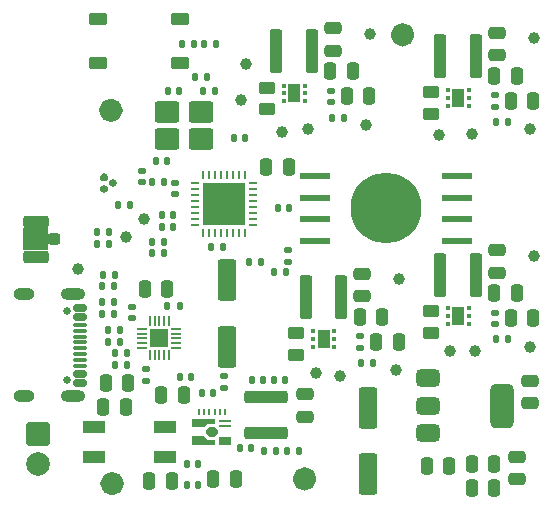
<source format=gbr>
%TF.GenerationSoftware,KiCad,Pcbnew,9.0.6*%
%TF.CreationDate,2025-12-24T13:44:07+01:00*%
%TF.ProjectId,10W-RGBW-Lars-v1,3130572d-5247-4425-972d-4c6172732d76,rev?*%
%TF.SameCoordinates,Original*%
%TF.FileFunction,Soldermask,Top*%
%TF.FilePolarity,Negative*%
%FSLAX46Y46*%
G04 Gerber Fmt 4.6, Leading zero omitted, Abs format (unit mm)*
G04 Created by KiCad (PCBNEW 9.0.6) date 2025-12-24 13:44:07*
%MOMM*%
%LPD*%
G01*
G04 APERTURE LIST*
G04 Aperture macros list*
%AMRoundRect*
0 Rectangle with rounded corners*
0 $1 Rounding radius*
0 $2 $3 $4 $5 $6 $7 $8 $9 X,Y pos of 4 corners*
0 Add a 4 corners polygon primitive as box body*
4,1,4,$2,$3,$4,$5,$6,$7,$8,$9,$2,$3,0*
0 Add four circle primitives for the rounded corners*
1,1,$1+$1,$2,$3*
1,1,$1+$1,$4,$5*
1,1,$1+$1,$6,$7*
1,1,$1+$1,$8,$9*
0 Add four rect primitives between the rounded corners*
20,1,$1+$1,$2,$3,$4,$5,0*
20,1,$1+$1,$4,$5,$6,$7,0*
20,1,$1+$1,$6,$7,$8,$9,0*
20,1,$1+$1,$8,$9,$2,$3,0*%
%AMFreePoly0*
4,1,7,0.812800,0.076200,1.447800,0.076200,1.447800,-0.381000,-0.508000,-0.381000,-0.508000,0.381000,0.508000,0.381000,0.812800,0.076200,0.812800,0.076200,$1*%
%AMFreePoly1*
4,1,9,0.546100,0.114300,0.546100,-0.114300,0.241300,-0.419100,-0.241300,-0.419100,-0.546100,-0.114300,-0.546100,0.114300,-0.241300,0.419100,0.241300,0.419100,0.546100,0.114300,0.546100,0.114300,$1*%
%AMFreePoly2*
4,1,7,1.447800,-0.050800,0.812800,-0.050800,0.508000,-0.355600,-0.508000,-0.355600,-0.508000,0.355600,1.447800,0.355600,1.447800,-0.050800,1.447800,-0.050800,$1*%
G04 Aperture macros list end*
%ADD10C,1.000000*%
%ADD11RoundRect,0.250000X0.450000X-0.262500X0.450000X0.262500X-0.450000X0.262500X-0.450000X-0.262500X0*%
%ADD12C,0.650000*%
%ADD13RoundRect,0.150000X-0.425000X0.150000X-0.425000X-0.150000X0.425000X-0.150000X0.425000X0.150000X0*%
%ADD14RoundRect,0.075000X-0.500000X0.075000X-0.500000X-0.075000X0.500000X-0.075000X0.500000X0.075000X0*%
%ADD15O,2.100000X1.000000*%
%ADD16O,1.800000X1.000000*%
%ADD17RoundRect,0.050000X-0.375000X-0.050000X0.375000X-0.050000X0.375000X0.050000X-0.375000X0.050000X0*%
%ADD18RoundRect,0.050000X-0.050000X-0.375000X0.050000X-0.375000X0.050000X0.375000X-0.050000X0.375000X0*%
%ADD19R,1.650000X1.650000*%
%ADD20RoundRect,0.062500X-0.312500X-0.062500X0.312500X-0.062500X0.312500X0.062500X-0.312500X0.062500X0*%
%ADD21RoundRect,0.062500X-0.062500X-0.312500X0.062500X-0.312500X0.062500X0.312500X-0.062500X0.312500X0*%
%ADD22R,3.650000X3.650000*%
%ADD23RoundRect,0.093750X0.093750X0.106250X-0.093750X0.106250X-0.093750X-0.106250X0.093750X-0.106250X0*%
%ADD24R,1.000000X1.600000*%
%ADD25RoundRect,0.135000X0.135000X0.185000X-0.135000X0.185000X-0.135000X-0.185000X0.135000X-0.185000X0*%
%ADD26RoundRect,0.147500X-0.147500X-0.172500X0.147500X-0.172500X0.147500X0.172500X-0.147500X0.172500X0*%
%ADD27R,0.254000X0.609600*%
%ADD28R,1.092200X0.254000*%
%ADD29R,1.092200X0.762000*%
%ADD30FreePoly0,0.000000*%
%ADD31FreePoly1,0.000000*%
%ADD32FreePoly2,0.000000*%
%ADD33RoundRect,0.135000X-0.135000X-0.185000X0.135000X-0.185000X0.135000X0.185000X-0.135000X0.185000X0*%
%ADD34RoundRect,0.165000X0.610000X0.385000X-0.610000X0.385000X-0.610000X-0.385000X0.610000X-0.385000X0*%
%ADD35RoundRect,0.250000X0.850000X0.275000X-0.850000X0.275000X-0.850000X-0.275000X0.850000X-0.275000X0*%
%ADD36RoundRect,0.250000X0.275000X0.250000X-0.275000X0.250000X-0.275000X-0.250000X0.275000X-0.250000X0*%
%ADD37RoundRect,0.250000X-0.550000X1.500000X-0.550000X-1.500000X0.550000X-1.500000X0.550000X1.500000X0*%
%ADD38RoundRect,0.500000X-0.500000X-1.400000X0.500000X-1.400000X0.500000X1.400000X-0.500000X1.400000X0*%
%ADD39RoundRect,0.375000X-0.625000X-0.375000X0.625000X-0.375000X0.625000X0.375000X-0.625000X0.375000X0*%
%ADD40RoundRect,0.250000X1.600000X-0.300000X1.600000X0.300000X-1.600000X0.300000X-1.600000X-0.300000X0*%
%ADD41RoundRect,0.250000X-0.300000X-1.600000X0.300000X-1.600000X0.300000X1.600000X-0.300000X1.600000X0*%
%ADD42RoundRect,0.135000X-0.185000X0.135000X-0.185000X-0.135000X0.185000X-0.135000X0.185000X0.135000X0*%
%ADD43RoundRect,0.250000X0.550000X-1.500000X0.550000X1.500000X-0.550000X1.500000X-0.550000X-1.500000X0*%
%ADD44R,1.875000X1.050000*%
%ADD45RoundRect,0.250000X-0.800000X-0.650000X0.800000X-0.650000X0.800000X0.650000X-0.800000X0.650000X0*%
%ADD46C,6.000000*%
%ADD47R,2.500000X0.600000*%
%ADD48C,2.000000*%
%ADD49RoundRect,0.250000X-0.750000X0.750000X-0.750000X-0.750000X0.750000X-0.750000X0.750000X0.750000X0*%
%ADD50C,1.000000*%
%ADD51RoundRect,0.250000X-0.250000X-0.475000X0.250000X-0.475000X0.250000X0.475000X-0.250000X0.475000X0*%
%ADD52RoundRect,0.250000X-0.475000X0.250000X-0.475000X-0.250000X0.475000X-0.250000X0.475000X0.250000X0*%
%ADD53RoundRect,0.140000X-0.140000X-0.170000X0.140000X-0.170000X0.140000X0.170000X-0.140000X0.170000X0*%
%ADD54RoundRect,0.140000X0.140000X0.170000X-0.140000X0.170000X-0.140000X-0.170000X0.140000X-0.170000X0*%
%ADD55RoundRect,0.140000X0.170000X-0.140000X0.170000X0.140000X-0.170000X0.140000X-0.170000X-0.140000X0*%
%ADD56RoundRect,0.250000X0.250000X0.475000X-0.250000X0.475000X-0.250000X-0.475000X0.250000X-0.475000X0*%
%ADD57RoundRect,0.250000X0.475000X-0.250000X0.475000X0.250000X-0.475000X0.250000X-0.475000X-0.250000X0*%
%ADD58RoundRect,0.140000X-0.036244X-0.217224X0.206244X-0.077224X0.036244X0.217224X-0.206244X0.077224X0*%
%ADD59RoundRect,0.140000X-0.206244X-0.077224X0.036244X-0.217224X0.206244X0.077224X-0.036244X0.217224X0*%
%ADD60RoundRect,0.140000X-0.170000X0.140000X-0.170000X-0.140000X0.170000X-0.140000X0.170000X0.140000X0*%
G04 APERTURE END LIST*
%TO.C,FID4*%
D10*
X115700000Y-80100000D02*
G75*
G02*
X114700000Y-80100000I-500000J0D01*
G01*
X114700000Y-80100000D02*
G75*
G02*
X115700000Y-80100000I500000J0D01*
G01*
%TO.C,FID3*%
X132000000Y-79700000D02*
G75*
G02*
X131000000Y-79700000I-500000J0D01*
G01*
X131000000Y-79700000D02*
G75*
G02*
X132000000Y-79700000I500000J0D01*
G01*
%TO.C,FID2*%
X140300000Y-42100000D02*
G75*
G02*
X139300000Y-42100000I-500000J0D01*
G01*
X139300000Y-42100000D02*
G75*
G02*
X140300000Y-42100000I500000J0D01*
G01*
%TO.C,FID1*%
X115600000Y-48500000D02*
G75*
G02*
X114600000Y-48500000I-500000J0D01*
G01*
X114600000Y-48500000D02*
G75*
G02*
X115600000Y-48500000I500000J0D01*
G01*
%TO.C,J101*%
G36*
X109765000Y-60340000D02*
G01*
X107675000Y-60340000D01*
X107675000Y-58460000D01*
X109765000Y-58460000D01*
X109765000Y-60340000D01*
G37*
%TD*%
D11*
%TO.C,R501*%
X142200000Y-48812500D03*
X142200000Y-46987500D03*
%TD*%
%TO.C,R401*%
X142200000Y-67312500D03*
X142200000Y-65487500D03*
%TD*%
%TO.C,R301*%
X130800000Y-69212500D03*
X130800000Y-67387500D03*
%TD*%
%TO.C,R201*%
X128300000Y-48412500D03*
X128300000Y-46587500D03*
%TD*%
D12*
%TO.C,J1*%
X111405000Y-65510000D03*
X111405000Y-71290000D03*
D13*
X112480000Y-65200000D03*
X112480000Y-66000000D03*
D14*
X112480000Y-67150000D03*
X112480000Y-68150000D03*
X112480000Y-68650000D03*
X112480000Y-69650000D03*
D13*
X112480000Y-70800000D03*
X112480000Y-71600000D03*
X112480000Y-71600000D03*
X112480000Y-70800000D03*
D14*
X112480000Y-70150000D03*
X112480000Y-69150000D03*
X112480000Y-67650000D03*
X112480000Y-66650000D03*
D13*
X112480000Y-66000000D03*
X112480000Y-65200000D03*
D15*
X111905000Y-64080000D03*
D16*
X107725000Y-64080000D03*
D15*
X111905000Y-72720000D03*
D16*
X107725000Y-72720000D03*
%TD*%
D17*
%TO.C,U1*%
X117750000Y-67000000D03*
X117750000Y-67400000D03*
X117750000Y-67800000D03*
X117750000Y-68200000D03*
X117750000Y-68600000D03*
D18*
X118400000Y-69250000D03*
X118800000Y-69250000D03*
X119200000Y-69250000D03*
X119600000Y-69250000D03*
X120000000Y-69250000D03*
D17*
X120650000Y-68600000D03*
X120650000Y-68200000D03*
X120650000Y-67800000D03*
X120650000Y-67400000D03*
X120650000Y-67000000D03*
D18*
X120000000Y-66350000D03*
X119600000Y-66350000D03*
X119200000Y-66350000D03*
X118800000Y-66350000D03*
X118400000Y-66350000D03*
D19*
X119200000Y-67800000D03*
%TD*%
D20*
%TO.C,U101*%
X122205000Y-54670000D03*
X122205000Y-55170000D03*
X122205000Y-55670000D03*
X122205000Y-56170000D03*
X122205000Y-56670000D03*
X122205000Y-57170000D03*
X122205000Y-57670000D03*
X122205000Y-58170000D03*
D21*
X122930000Y-58895000D03*
X123430000Y-58895000D03*
X123930000Y-58895000D03*
X124430000Y-58895000D03*
X124930000Y-58895000D03*
X125430000Y-58895000D03*
X125930000Y-58895000D03*
X126430000Y-58895000D03*
D20*
X127155000Y-58170000D03*
X127155000Y-57670000D03*
X127155000Y-57170000D03*
X127155000Y-56670000D03*
X127155000Y-56170000D03*
X127155000Y-55670000D03*
X127155000Y-55170000D03*
X127155000Y-54670000D03*
D21*
X126430000Y-53945000D03*
X125930000Y-53945000D03*
X125430000Y-53945000D03*
X124930000Y-53945000D03*
X124430000Y-53945000D03*
X123930000Y-53945000D03*
X123430000Y-53945000D03*
X122930000Y-53945000D03*
D22*
X124680000Y-56420000D03*
%TD*%
D23*
%TO.C,U202*%
X131492500Y-47705000D03*
X131492500Y-47055000D03*
X131492500Y-46405000D03*
X129717500Y-46405000D03*
X129717500Y-47055000D03*
X129717500Y-47705000D03*
D24*
X130605000Y-47055000D03*
%TD*%
D23*
%TO.C,U302*%
X133987500Y-68500000D03*
X133987500Y-67850000D03*
X133987500Y-67200000D03*
X132212500Y-67200000D03*
X132212500Y-67850000D03*
X132212500Y-68500000D03*
D24*
X133100000Y-67850000D03*
%TD*%
D23*
%TO.C,U402*%
X145387500Y-66550000D03*
X145387500Y-65900000D03*
X145387500Y-65250000D03*
X143612500Y-65250000D03*
X143612500Y-65900000D03*
X143612500Y-66550000D03*
D24*
X144500000Y-65900000D03*
%TD*%
D23*
%TO.C,U502*%
X145387500Y-48100000D03*
X145387500Y-47450000D03*
X145387500Y-46800000D03*
X143612500Y-46800000D03*
X143612500Y-47450000D03*
X143612500Y-48100000D03*
D24*
X144500000Y-47450000D03*
%TD*%
D25*
%TO.C,R3*%
X114380000Y-65700000D03*
X115400000Y-65700000D03*
%TD*%
D26*
%TO.C,L1*%
X119585000Y-54600000D03*
X118615000Y-54600000D03*
%TD*%
D25*
%TO.C,R8*%
X122190000Y-45700000D03*
X123210000Y-45700000D03*
%TD*%
D27*
%TO.C,U602*%
X122523525Y-74048900D03*
X122974375Y-74048900D03*
X123425225Y-74048900D03*
X123876075Y-74048900D03*
X124326925Y-74048900D03*
X124777775Y-74048900D03*
D28*
X124800000Y-74772800D03*
X124800000Y-75223650D03*
D29*
X124800000Y-76500000D03*
D30*
X122460660Y-76496825D03*
D31*
X123650650Y-75722125D03*
D32*
X122460660Y-74972825D03*
%TD*%
D25*
%TO.C,R4*%
X114380000Y-64700000D03*
X115400000Y-64700000D03*
%TD*%
%TO.C,R2*%
X115413995Y-69076394D03*
X116433995Y-69076394D03*
%TD*%
%TO.C,R10*%
X121090000Y-42900000D03*
X122110000Y-42900000D03*
%TD*%
D33*
%TO.C,R18*%
X115910000Y-67100000D03*
X114890000Y-67100000D03*
%TD*%
%TO.C,R302*%
X137310000Y-69900000D03*
X136290000Y-69900000D03*
%TD*%
D34*
%TO.C,SW1*%
X114020000Y-44530000D03*
X120970000Y-44530000D03*
%TD*%
D33*
%TO.C,R602*%
X129110000Y-77300000D03*
X128090000Y-77300000D03*
%TD*%
D34*
%TO.C,SW2*%
X114020000Y-40730000D03*
X120970000Y-40730000D03*
%TD*%
D33*
%TO.C,R16*%
X115400000Y-63400000D03*
X114380000Y-63400000D03*
%TD*%
%TO.C,R502*%
X148710000Y-49500000D03*
X147690000Y-49500000D03*
%TD*%
D35*
%TO.C,J101*%
X108775000Y-57925000D03*
X108775000Y-60875000D03*
D36*
X110300000Y-59400000D03*
%TD*%
D33*
%TO.C,R6*%
X127810000Y-61300000D03*
X126790000Y-61300000D03*
%TD*%
%TO.C,R14*%
X114910000Y-59800000D03*
X113890000Y-59800000D03*
%TD*%
D37*
%TO.C,C611*%
X136900000Y-79300000D03*
X136900000Y-73700000D03*
%TD*%
D25*
%TO.C,R601*%
X129990000Y-77300000D03*
X131010000Y-77300000D03*
%TD*%
%TO.C,R7*%
X128890000Y-62200000D03*
X129910000Y-62200000D03*
%TD*%
D33*
%TO.C,R11*%
X119610000Y-59610000D03*
X118590000Y-59610000D03*
%TD*%
D38*
%TO.C,U603*%
X148250000Y-73500000D03*
D39*
X141950000Y-75800000D03*
X141950000Y-73500000D03*
X141950000Y-71200000D03*
%TD*%
D40*
%TO.C,L601*%
X128200000Y-72800000D03*
X128200000Y-75800000D03*
%TD*%
D33*
%TO.C,R202*%
X134815000Y-49105000D03*
X133795000Y-49105000D03*
%TD*%
%TO.C,R402*%
X148710000Y-67900000D03*
X147690000Y-67900000D03*
%TD*%
D41*
%TO.C,L201*%
X132100000Y-43500000D03*
X129100000Y-43500000D03*
%TD*%
D42*
%TO.C,R5*%
X130100000Y-61310000D03*
X130100000Y-60290000D03*
%TD*%
D33*
%TO.C,R9*%
X124010000Y-42900000D03*
X122990000Y-42900000D03*
%TD*%
D25*
%TO.C,R12*%
X118590000Y-60600000D03*
X119610000Y-60600000D03*
%TD*%
D43*
%TO.C,C601*%
X124900000Y-62900000D03*
X124900000Y-68500000D03*
%TD*%
D41*
%TO.C,L301*%
X134600000Y-64300000D03*
X131600000Y-64300000D03*
%TD*%
%TO.C,L501*%
X146000000Y-43900000D03*
X143000000Y-43900000D03*
%TD*%
D25*
%TO.C,R15*%
X114390000Y-62400000D03*
X115410000Y-62400000D03*
%TD*%
D44*
%TO.C,U601*%
X113700000Y-77850000D03*
X113700000Y-75350000D03*
X119700000Y-75350000D03*
X119700000Y-77850000D03*
%TD*%
D45*
%TO.C,Y1*%
X119850000Y-48650000D03*
X122750000Y-48650000D03*
X122750000Y-50950000D03*
X119850000Y-50950000D03*
%TD*%
D25*
%TO.C,R1*%
X115413995Y-70076394D03*
X116433995Y-70076394D03*
%TD*%
%TO.C,R13*%
X113900000Y-58800000D03*
X114920000Y-58800000D03*
%TD*%
D46*
%TO.C,D2*%
X138400000Y-56800000D03*
D47*
X132400000Y-59545000D03*
X132400000Y-57715000D03*
X132400000Y-55885000D03*
X132400000Y-54055000D03*
X144400000Y-54055000D03*
X144400000Y-55885000D03*
X144400000Y-57715000D03*
X144400000Y-59545000D03*
%TD*%
D33*
%TO.C,R19*%
X115910000Y-68100000D03*
X114890000Y-68100000D03*
%TD*%
%TO.C,R20*%
X120910000Y-65100000D03*
X119890000Y-65100000D03*
%TD*%
D48*
%TO.C,J601*%
X108900000Y-78440000D03*
D49*
X108900000Y-75900000D03*
%TD*%
D41*
%TO.C,L401*%
X146000000Y-62400000D03*
X143000000Y-62400000D03*
%TD*%
D50*
%TO.C,TP21*%
X150900000Y-42400000D03*
%TD*%
%TO.C,TP20*%
X150900000Y-60800000D03*
%TD*%
%TO.C,TP19*%
X139500000Y-62800000D03*
%TD*%
%TO.C,TP18*%
X137005000Y-42005000D03*
%TD*%
%TO.C,TP17*%
X142900000Y-50600000D03*
%TD*%
%TO.C,TP16*%
X143800000Y-68900000D03*
%TD*%
%TO.C,TP15*%
X132495445Y-70695445D03*
%TD*%
%TO.C,TP14*%
X129600000Y-50300000D03*
%TD*%
%TO.C,TP13*%
X150600000Y-50100000D03*
%TD*%
%TO.C,TP12*%
X150600000Y-68500000D03*
%TD*%
%TO.C,TP11*%
X139200000Y-70500000D03*
%TD*%
%TO.C,TP10*%
X136705000Y-49705000D03*
%TD*%
%TO.C,TP9*%
X145700000Y-50500000D03*
%TD*%
%TO.C,TP8*%
X145900000Y-68900000D03*
%TD*%
%TO.C,TP7*%
X134509401Y-70970075D03*
%TD*%
%TO.C,TP6*%
X131805000Y-50105000D03*
%TD*%
%TO.C,TP5*%
X116400000Y-59200000D03*
%TD*%
%TO.C,TP4*%
X117900000Y-57700000D03*
%TD*%
%TO.C,TP3*%
X112300000Y-61900000D03*
%TD*%
%TO.C,TP2*%
X126500000Y-44550000D03*
%TD*%
%TO.C,TP1*%
X126100000Y-47600000D03*
%TD*%
D51*
%TO.C,C617*%
X130150000Y-53300000D03*
X128250000Y-53300000D03*
%TD*%
D52*
%TO.C,C616*%
X149500000Y-79750000D03*
X149500000Y-77850000D03*
%TD*%
D53*
%TO.C,C615*%
X126980000Y-77100000D03*
X126020000Y-77100000D03*
%TD*%
%TO.C,C614*%
X129880000Y-71300000D03*
X128920000Y-71300000D03*
%TD*%
D54*
%TO.C,C613*%
X127020000Y-71300000D03*
X127980000Y-71300000D03*
%TD*%
D52*
%TO.C,C612*%
X131500000Y-74450000D03*
X131500000Y-72550000D03*
%TD*%
D51*
%TO.C,C610*%
X143750000Y-78600000D03*
X141850000Y-78600000D03*
%TD*%
D55*
%TO.C,C609*%
X124700000Y-71020000D03*
X124700000Y-71980000D03*
%TD*%
D54*
%TO.C,C608*%
X122820000Y-72400000D03*
X123780000Y-72400000D03*
%TD*%
D56*
%TO.C,C607*%
X119350000Y-72600000D03*
X121250000Y-72600000D03*
%TD*%
D53*
%TO.C,C606*%
X122480000Y-78400000D03*
X121520000Y-78400000D03*
%TD*%
%TO.C,C605*%
X122480000Y-80200000D03*
X121520000Y-80200000D03*
%TD*%
D54*
%TO.C,C604*%
X120920000Y-71100000D03*
X121880000Y-71100000D03*
%TD*%
D56*
%TO.C,C603*%
X118350000Y-79900000D03*
X120250000Y-79900000D03*
%TD*%
D55*
%TO.C,C504*%
X147600000Y-47220000D03*
X147600000Y-48180000D03*
%TD*%
D56*
%TO.C,C503*%
X148950000Y-47700000D03*
X150850000Y-47700000D03*
%TD*%
D57*
%TO.C,C502*%
X147800000Y-41950000D03*
X147800000Y-43850000D03*
%TD*%
D51*
%TO.C,C501*%
X149450000Y-45600000D03*
X147550000Y-45600000D03*
%TD*%
D55*
%TO.C,C404*%
X147600000Y-65620000D03*
X147600000Y-66580000D03*
%TD*%
D56*
%TO.C,C403*%
X148950000Y-66100000D03*
X150850000Y-66100000D03*
%TD*%
D57*
%TO.C,C402*%
X147800000Y-60350000D03*
X147800000Y-62250000D03*
%TD*%
D51*
%TO.C,C401*%
X149450000Y-64000000D03*
X147550000Y-64000000D03*
%TD*%
D55*
%TO.C,C304*%
X136200000Y-67620000D03*
X136200000Y-68580000D03*
%TD*%
D56*
%TO.C,C303*%
X137550000Y-68100000D03*
X139450000Y-68100000D03*
%TD*%
D57*
%TO.C,C302*%
X136400000Y-62350000D03*
X136400000Y-64250000D03*
%TD*%
D51*
%TO.C,C301*%
X138050000Y-66000000D03*
X136150000Y-66000000D03*
%TD*%
D55*
%TO.C,C204*%
X133705000Y-46825000D03*
X133705000Y-47785000D03*
%TD*%
D56*
%TO.C,C203*%
X135055000Y-47305000D03*
X136955000Y-47305000D03*
%TD*%
D57*
%TO.C,C202*%
X133905000Y-41555000D03*
X133905000Y-43455000D03*
%TD*%
D51*
%TO.C,C201*%
X135555000Y-45205000D03*
X133655000Y-45205000D03*
%TD*%
D58*
%TO.C,C103*%
X115315692Y-54660000D03*
X114484308Y-55140000D03*
%TD*%
D59*
%TO.C,C102*%
X115315692Y-54640000D03*
X114484308Y-54160000D03*
%TD*%
D60*
%TO.C,C101*%
X114500000Y-55180000D03*
X114500000Y-54220000D03*
%TD*%
D56*
%TO.C,C20*%
X114650000Y-71600000D03*
X116550000Y-71600000D03*
%TD*%
D60*
%TO.C,C19*%
X118100000Y-71380000D03*
X118100000Y-70420000D03*
%TD*%
D51*
%TO.C,C18*%
X119883005Y-63639666D03*
X117983005Y-63639666D03*
%TD*%
D55*
%TO.C,C17*%
X116900000Y-65120000D03*
X116900000Y-66080000D03*
%TD*%
D56*
%TO.C,C16*%
X114450000Y-73600000D03*
X116350000Y-73600000D03*
%TD*%
D51*
%TO.C,C15*%
X125650000Y-79700000D03*
X123750000Y-79700000D03*
%TD*%
D60*
%TO.C,C14*%
X120500000Y-55580000D03*
X120500000Y-54620000D03*
%TD*%
D55*
%TO.C,C13*%
X117700000Y-53620000D03*
X117700000Y-54580000D03*
%TD*%
D54*
%TO.C,C12*%
X119420000Y-58400000D03*
X120380000Y-58400000D03*
%TD*%
D57*
%TO.C,C11*%
X150600000Y-71400000D03*
X150600000Y-73300000D03*
%TD*%
D56*
%TO.C,C10*%
X145650000Y-78400000D03*
X147550000Y-78400000D03*
%TD*%
%TO.C,C9*%
X145650000Y-80500000D03*
X147550000Y-80500000D03*
%TD*%
D54*
%TO.C,C8*%
X119420000Y-57400000D03*
X120380000Y-57400000D03*
%TD*%
D53*
%TO.C,C7*%
X116680000Y-56500000D03*
X115720000Y-56500000D03*
%TD*%
%TO.C,C6*%
X126480000Y-50800000D03*
X125520000Y-50800000D03*
%TD*%
%TO.C,C5*%
X130200000Y-56800000D03*
X129240000Y-56800000D03*
%TD*%
%TO.C,C4*%
X124560000Y-60100000D03*
X123600000Y-60100000D03*
%TD*%
%TO.C,C3*%
X120880000Y-46900000D03*
X119920000Y-46900000D03*
%TD*%
%TO.C,C2*%
X119880000Y-52800000D03*
X118920000Y-52800000D03*
%TD*%
D54*
%TO.C,C1*%
X122920000Y-46900000D03*
X123880000Y-46900000D03*
%TD*%
M02*

</source>
